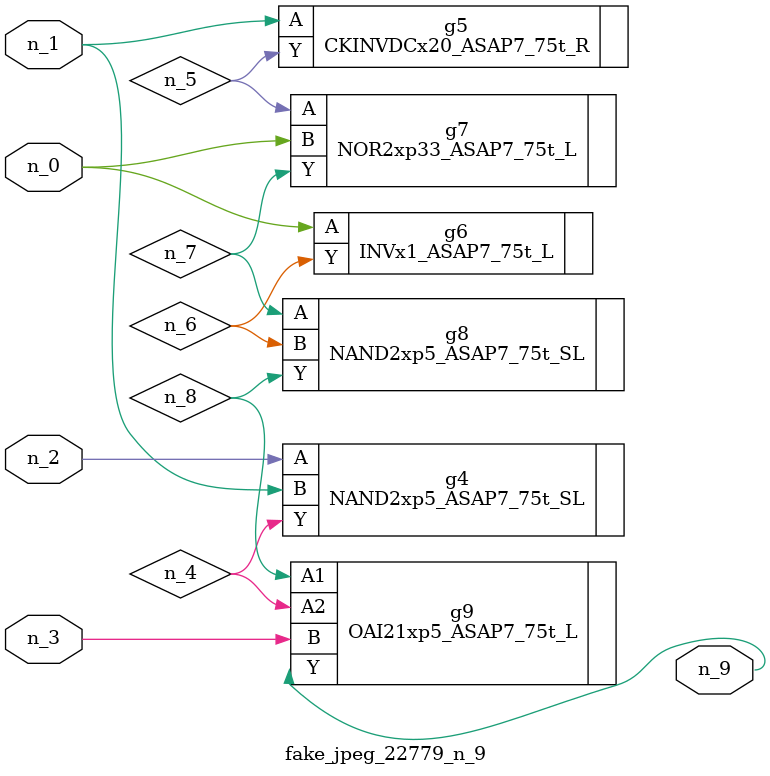
<source format=v>
module fake_jpeg_22779_n_9 (n_0, n_3, n_2, n_1, n_9);

input n_0;
input n_3;
input n_2;
input n_1;

output n_9;

wire n_4;
wire n_8;
wire n_6;
wire n_5;
wire n_7;

NAND2xp5_ASAP7_75t_SL g4 ( 
.A(n_2),
.B(n_1),
.Y(n_4)
);

CKINVDCx20_ASAP7_75t_R g5 ( 
.A(n_1),
.Y(n_5)
);

INVx1_ASAP7_75t_L g6 ( 
.A(n_0),
.Y(n_6)
);

NOR2xp33_ASAP7_75t_L g7 ( 
.A(n_5),
.B(n_0),
.Y(n_7)
);

NAND2xp5_ASAP7_75t_SL g8 ( 
.A(n_7),
.B(n_6),
.Y(n_8)
);

OAI21xp5_ASAP7_75t_L g9 ( 
.A1(n_8),
.A2(n_4),
.B(n_3),
.Y(n_9)
);


endmodule
</source>
